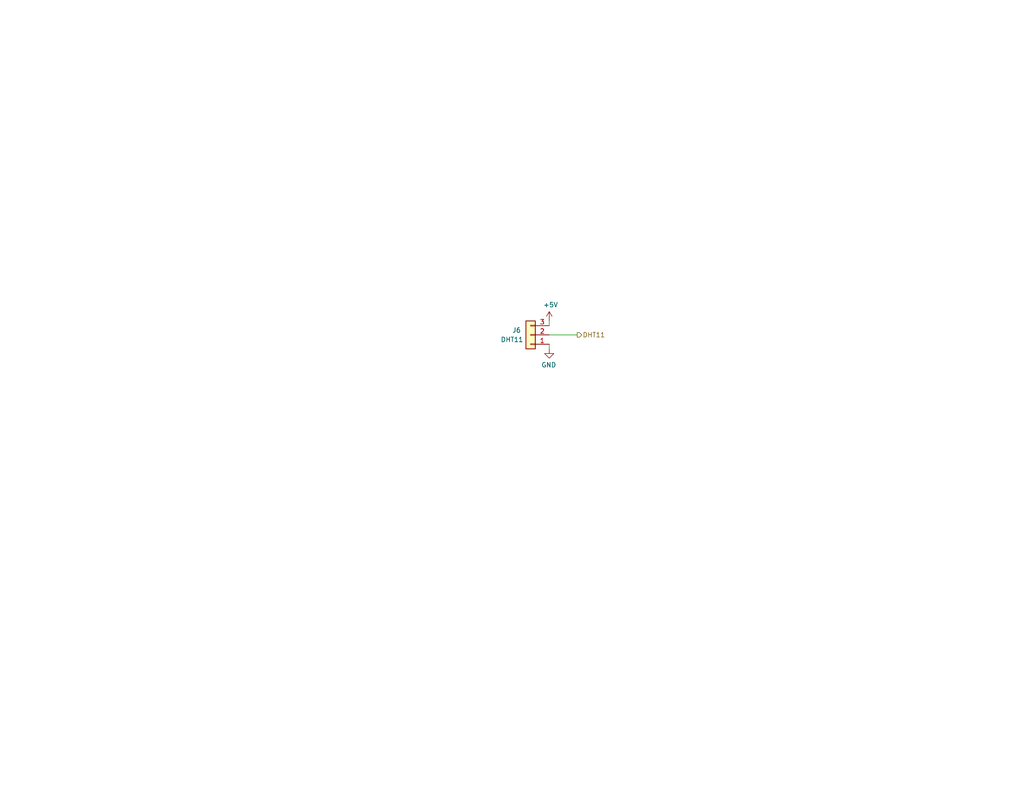
<source format=kicad_sch>
(kicad_sch (version 20211123) (generator eeschema)
  (paper "USLetter")
  (title_block (date "2021-01-22") (rev "3.0") (company "Cristóbal Cuevas Lagos") (comment 1 "Cristóbal Cuevas Lagos"))
  (lib_symbols
    (symbol "Connector_Generic:Conn_01x03" (pin_names (offset 1.016) hide)
      (property "Reference" "J" (at 0 5.08 0))
      (property "Value" "Conn_01x03" (at 0 -5.08 0))
      (symbol "Conn_01x03_1_1"
        (rectangle (start -1.27 -2.413) (end 0 -2.667) (stroke (width 0.1524)))
        (rectangle (start -1.27 0.127) (end 0 -0.127) (stroke (width 0.1524)))
        (rectangle (start -1.27 2.667) (end 0 2.413) (stroke (width 0.1524)))
        (rectangle (start -1.27 3.81) (end 1.27 -3.81) (stroke (width 0.254)) (fill (type background)))
        (pin passive line (at -5.08 2.54 0) (length 3.81) (name "Pin_1") (number "1"))
        (pin passive line (at -5.08 0 0) (length 3.81) (name "Pin_2") (number "2"))
        (pin passive line (at -5.08 -2.54 0) (length 3.81) (name "Pin_3") (number "3"))
      )
    )
    (symbol "power:+5V" (power) (pin_names (offset 0))
      (property "Value" "+5V" (at 0 3.556 0))
      (symbol "+5V_0_1"
        (polyline (pts (xy -0.762 1.27) (xy 0 2.54)))
        (polyline (pts (xy 0 0) (xy 0 2.54)))
        (polyline (pts (xy 0 2.54) (xy 0.762 1.27)))
      )
      (symbol "+5V_1_1"
        (pin power_in line (at 0 0 90) (length 0) hide (name "+5V") (number "1"))
      )
    )
    (symbol "power:GND" (power) (pin_names (offset 0))
      (property "Value" "GND" (at 0 -3.81 0))
      (symbol "GND_0_1"
        (polyline (pts (xy 0 0) (xy 0 -1.27) (xy 1.27 -1.27) (xy 0 -2.54) (xy -1.27 -1.27) (xy 0 -1.27)))
      )
      (symbol "GND_1_1"
        (pin power_in line (at 0 0 270) (length 0) hide (name "GND") (number "1"))
      )
    )
  )
  (wire (pts (xy 149.86 87.63) (xy 149.86 88.9)))
  (wire (pts (xy 157.48 91.44) (xy 149.86 91.44)))
  (wire (pts (xy 149.86 93.98) (xy 149.86 95.25)))
  (hierarchical_label "DHT11" (shape output) (at 157.48 91.44 0))
  (symbol (lib_id "Connector_Generic:Conn_01x03") (at 144.78 91.44 180) (unit 1)
    (property "Reference" "J6" (at 140.97 90.17 0))
    (property "Value" "DHT11" (at 139.7 92.71 0))
    (property "Footprint" "Connector_PinHeader_2.54mm:PinHeader_1x03_P2.54mm_Horizontal" (effects hide))
    (property "PartNumber" "2011-1X03G00SD025B" (effects hide))
  )
  (symbol (lib_id "power:GND") (at 149.86 95.25 0) (mirror y) (unit 1)
    (property "Reference" "#PWR014" (effects hide))
    (property "Value" "GND" (at 149.733 99.6442 0))
  )
  (symbol (lib_id "power:+5V") (at 149.86 87.63 0) (unit 1)
    (property "Reference" "#PWR013" (effects hide))
    (property "Value" "+5V" (at 150.241 83.2358 0))
  )
)
</source>
